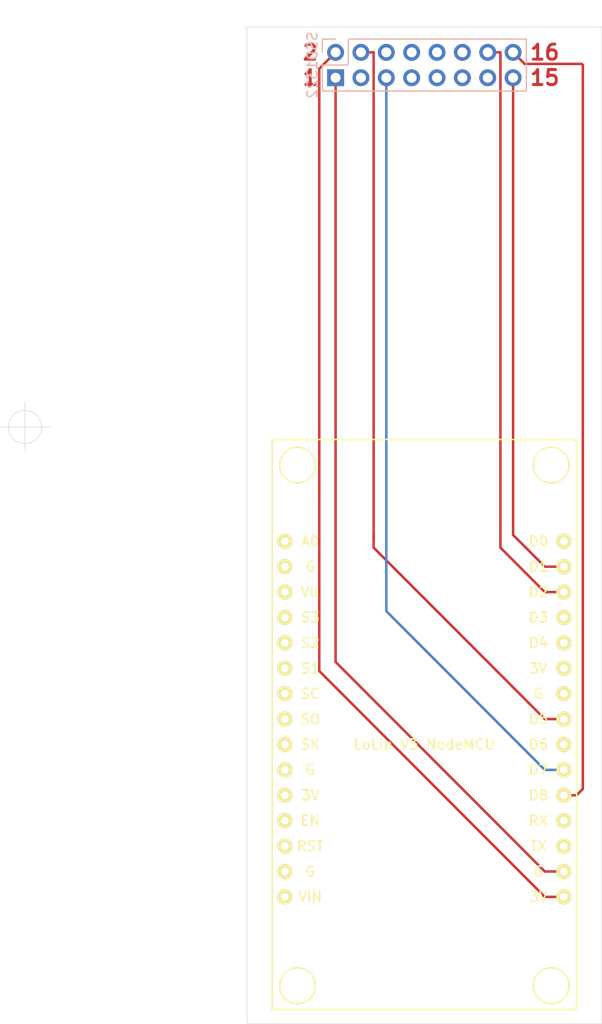
<source format=kicad_pcb>
(kicad_pcb (version 20171130) (host pcbnew 5.1.9)

  (general
    (thickness 1.6)
    (drawings 9)
    (tracks 31)
    (zones 0)
    (modules 2)
    (nets 1)
  )

  (page A4)
  (layers
    (0 F.Cu signal)
    (31 B.Cu signal)
    (32 B.Adhes user)
    (33 F.Adhes user)
    (34 B.Paste user)
    (35 F.Paste user)
    (36 B.SilkS user)
    (37 F.SilkS user)
    (38 B.Mask user)
    (39 F.Mask user)
    (40 Dwgs.User user)
    (41 Cmts.User user)
    (42 Eco1.User user)
    (43 Eco2.User user)
    (44 Edge.Cuts user)
    (45 Margin user)
    (46 B.CrtYd user)
    (47 F.CrtYd user)
    (48 B.Fab user)
    (49 F.Fab user)
  )

  (setup
    (last_trace_width 0.25)
    (trace_clearance 0.2)
    (zone_clearance 0.508)
    (zone_45_only no)
    (trace_min 0.2)
    (via_size 0.8)
    (via_drill 0.4)
    (via_min_size 0.4)
    (via_min_drill 0.3)
    (uvia_size 0.3)
    (uvia_drill 0.1)
    (uvias_allowed no)
    (uvia_min_size 0.2)
    (uvia_min_drill 0.1)
    (edge_width 0.05)
    (segment_width 0.2)
    (pcb_text_width 0.3)
    (pcb_text_size 1.5 1.5)
    (mod_edge_width 0.12)
    (mod_text_size 1 1)
    (mod_text_width 0.15)
    (pad_size 1.7 1.7)
    (pad_drill 1)
    (pad_to_mask_clearance 0)
    (aux_axis_origin 132.08 151.13)
    (grid_origin 132.08 151.13)
    (visible_elements FFFFFF7F)
    (pcbplotparams
      (layerselection 0x010fc_ffffffff)
      (usegerberextensions true)
      (usegerberattributes false)
      (usegerberadvancedattributes false)
      (creategerberjobfile false)
      (excludeedgelayer true)
      (linewidth 0.150000)
      (plotframeref false)
      (viasonmask false)
      (mode 1)
      (useauxorigin false)
      (hpglpennumber 1)
      (hpglpenspeed 20)
      (hpglpendiameter 15.000000)
      (psnegative false)
      (psa4output false)
      (plotreference true)
      (plotvalue true)
      (plotinvisibletext false)
      (padsonsilk true)
      (subtractmaskfromsilk false)
      (outputformat 1)
      (mirror false)
      (drillshape 0)
      (scaleselection 1)
      (outputdirectory "/tmp/x/pcbway"))
  )

  (net 0 "")

  (net_class Default "Dies ist die voreingestellte Netzklasse."
    (clearance 0.2)
    (trace_width 0.25)
    (via_dia 0.8)
    (via_drill 0.4)
    (uvia_dia 0.3)
    (uvia_drill 0.1)
  )

  (module ESP8266:NodeMCU-LoLinV3 (layer F.Cu) (tedit 5AF0808C) (tstamp 605C304B)
    (at 149.86 123.19)
    (fp_text reference "LoLin V3 NodeMCU" (at 0 0) (layer F.SilkS)
      (effects (font (size 1 1) (thickness 0.15)))
    )
    (fp_text value "LoLin V3 NodeMCU" (at 0 -29.21) (layer F.Fab)
      (effects (font (size 1 1) (thickness 0.15)))
    )
    (fp_text user D0 (at 11.43 -20.32) (layer F.SilkS)
      (effects (font (size 1 1) (thickness 0.15)))
    )
    (fp_text user D1 (at 11.43 -17.78) (layer F.SilkS)
      (effects (font (size 1 1) (thickness 0.15)))
    )
    (fp_text user D2 (at 11.43 -15.24) (layer F.SilkS)
      (effects (font (size 1 1) (thickness 0.15)))
    )
    (fp_text user D3 (at 11.43 -12.7) (layer F.SilkS)
      (effects (font (size 1 1) (thickness 0.15)))
    )
    (fp_text user D4 (at 11.43 -10.16) (layer F.SilkS)
      (effects (font (size 1 1) (thickness 0.15)))
    )
    (fp_text user 3V (at 11.43 -7.62) (layer F.SilkS)
      (effects (font (size 1 1) (thickness 0.15)))
    )
    (fp_text user G (at 11.43 -5.08) (layer F.SilkS)
      (effects (font (size 1 1) (thickness 0.15)))
    )
    (fp_text user D5 (at 11.43 -2.54) (layer F.SilkS)
      (effects (font (size 1 1) (thickness 0.15)))
    )
    (fp_text user D6 (at 11.43 0) (layer F.SilkS)
      (effects (font (size 1 1) (thickness 0.15)))
    )
    (fp_text user D7 (at 11.43 2.54) (layer F.SilkS)
      (effects (font (size 1 1) (thickness 0.15)))
    )
    (fp_text user D8 (at 11.43 5.08) (layer F.SilkS)
      (effects (font (size 1 1) (thickness 0.15)))
    )
    (fp_text user RX (at 11.43 7.62) (layer F.SilkS)
      (effects (font (size 1 1) (thickness 0.15)))
    )
    (fp_text user TX (at 11.43 10.16) (layer F.SilkS)
      (effects (font (size 1 1) (thickness 0.15)))
    )
    (fp_text user G (at 11.43 12.7) (layer F.SilkS)
      (effects (font (size 1 1) (thickness 0.15)))
    )
    (fp_text user 3V (at 11.43 15.24) (layer F.SilkS)
      (effects (font (size 1 1) (thickness 0.15)))
    )
    (fp_text user A0 (at -11.43 -20.32) (layer F.SilkS)
      (effects (font (size 1 1) (thickness 0.15)))
    )
    (fp_text user G (at -11.43 -17.78) (layer F.SilkS)
      (effects (font (size 1 1) (thickness 0.15)))
    )
    (fp_text user VU (at -11.43 -15.24) (layer F.SilkS)
      (effects (font (size 1 1) (thickness 0.15)))
    )
    (fp_text user S3 (at -11.43 -12.7) (layer F.SilkS)
      (effects (font (size 1 1) (thickness 0.15)))
    )
    (fp_text user S2 (at -11.43 -10.16) (layer F.SilkS)
      (effects (font (size 1 1) (thickness 0.15)))
    )
    (fp_text user S1 (at -11.43 -7.62) (layer F.SilkS)
      (effects (font (size 1 1) (thickness 0.15)))
    )
    (fp_text user SC (at -11.43 -5.08) (layer F.SilkS)
      (effects (font (size 1 1) (thickness 0.15)))
    )
    (fp_text user SO (at -11.43 -2.54) (layer F.SilkS)
      (effects (font (size 1 1) (thickness 0.15)))
    )
    (fp_text user SK (at -11.43 0) (layer F.SilkS)
      (effects (font (size 1 1) (thickness 0.15)))
    )
    (fp_text user G (at -11.43 2.54) (layer F.SilkS)
      (effects (font (size 1 1) (thickness 0.15)))
    )
    (fp_text user 3V (at -11.43 5.08) (layer F.SilkS)
      (effects (font (size 1 1) (thickness 0.15)))
    )
    (fp_text user EN (at -11.43 7.62) (layer F.SilkS)
      (effects (font (size 1 1) (thickness 0.15)))
    )
    (fp_text user RST (at -11.43 10.16) (layer F.SilkS)
      (effects (font (size 1 1) (thickness 0.15)))
    )
    (fp_text user G (at -11.43 12.7) (layer F.SilkS)
      (effects (font (size 1 1) (thickness 0.15)))
    )
    (fp_text user VIN (at -11.43 15.24) (layer F.SilkS)
      (effects (font (size 1 1) (thickness 0.15)))
    )
    (fp_circle (center 12.7 24.13) (end 13.97 22.86) (layer F.SilkS) (width 0.15))
    (fp_circle (center -12.7 24.13) (end -11.43 22.86) (layer F.SilkS) (width 0.15))
    (fp_circle (center -12.7 -27.94) (end -11.43 -29.21) (layer F.SilkS) (width 0.15))
    (fp_circle (center 12.7 -27.94) (end 13.97 -29.21) (layer F.SilkS) (width 0.15))
    (fp_line (start 15.25 -30.5) (end -14.75 -30.5) (layer F.SilkS) (width 0.15))
    (fp_line (start -14.75 -30.5) (end -15.25 -30.5) (layer F.SilkS) (width 0.15))
    (fp_line (start -15.25 -30.5) (end -15.25 26.5) (layer F.SilkS) (width 0.15))
    (fp_line (start -15.25 26.5) (end 15.25 26.5) (layer F.SilkS) (width 0.15))
    (fp_line (start 15.25 26.5) (end 15.25 -30.5) (layer F.SilkS) (width 0.15))
    (pad 30 thru_hole circle (at 13.97 -20.32) (size 1.524 1.524) (drill 0.762) (layers *.Cu *.Mask F.SilkS))
    (pad 29 thru_hole circle (at 13.97 -17.78) (size 1.524 1.524) (drill 0.762) (layers *.Cu *.Mask F.SilkS))
    (pad 28 thru_hole circle (at 13.97 -15.24) (size 1.524 1.524) (drill 0.762) (layers *.Cu *.Mask F.SilkS))
    (pad 27 thru_hole circle (at 13.97 -12.7) (size 1.524 1.524) (drill 0.762) (layers *.Cu *.Mask F.SilkS))
    (pad 26 thru_hole circle (at 13.97 -10.16) (size 1.524 1.524) (drill 0.762) (layers *.Cu *.Mask F.SilkS))
    (pad 25 thru_hole circle (at 13.97 -7.62) (size 1.524 1.524) (drill 0.762) (layers *.Cu *.Mask F.SilkS))
    (pad 24 thru_hole circle (at 13.97 -5.08) (size 1.524 1.524) (drill 0.762) (layers *.Cu *.Mask F.SilkS))
    (pad 23 thru_hole circle (at 13.97 -2.54) (size 1.524 1.524) (drill 0.762) (layers *.Cu *.Mask F.SilkS))
    (pad 22 thru_hole circle (at 13.97 0) (size 1.524 1.524) (drill 0.762) (layers *.Cu *.Mask F.SilkS))
    (pad 21 thru_hole circle (at 13.97 2.54) (size 1.524 1.524) (drill 0.762) (layers *.Cu *.Mask F.SilkS))
    (pad 20 thru_hole circle (at 13.97 5.08) (size 1.524 1.524) (drill 0.762) (layers *.Cu *.Mask F.SilkS))
    (pad 19 thru_hole circle (at 13.97 7.62) (size 1.524 1.524) (drill 0.762) (layers *.Cu *.Mask F.SilkS))
    (pad 18 thru_hole circle (at 13.97 10.16) (size 1.524 1.524) (drill 0.762) (layers *.Cu *.Mask F.SilkS))
    (pad 17 thru_hole circle (at 13.97 12.7) (size 1.524 1.524) (drill 0.762) (layers *.Cu *.Mask F.SilkS))
    (pad 16 thru_hole circle (at 13.97 15.24) (size 1.524 1.524) (drill 0.762) (layers *.Cu *.Mask F.SilkS))
    (pad 15 thru_hole circle (at -13.97 15.24) (size 1.524 1.524) (drill 0.762) (layers *.Cu *.Mask F.SilkS))
    (pad 14 thru_hole circle (at -13.97 12.7) (size 1.524 1.524) (drill 0.762) (layers *.Cu *.Mask F.SilkS))
    (pad 13 thru_hole circle (at -13.97 10.16) (size 1.524 1.524) (drill 0.762) (layers *.Cu *.Mask F.SilkS))
    (pad 12 thru_hole circle (at -13.97 7.62) (size 1.524 1.524) (drill 0.762) (layers *.Cu *.Mask F.SilkS))
    (pad 11 thru_hole circle (at -13.97 5.08) (size 1.524 1.524) (drill 0.762) (layers *.Cu *.Mask F.SilkS))
    (pad 10 thru_hole circle (at -13.97 2.54) (size 1.524 1.524) (drill 0.762) (layers *.Cu *.Mask F.SilkS))
    (pad 9 thru_hole circle (at -13.97 0) (size 1.524 1.524) (drill 0.762) (layers *.Cu *.Mask F.SilkS))
    (pad 8 thru_hole circle (at -13.97 -2.54) (size 1.524 1.524) (drill 0.762) (layers *.Cu *.Mask F.SilkS))
    (pad 7 thru_hole circle (at -13.97 -5.08) (size 1.524 1.524) (drill 0.762) (layers *.Cu *.Mask F.SilkS))
    (pad 6 thru_hole circle (at -13.97 -7.62) (size 1.524 1.524) (drill 0.762) (layers *.Cu *.Mask F.SilkS))
    (pad 5 thru_hole circle (at -13.97 -10.16) (size 1.524 1.524) (drill 0.762) (layers *.Cu *.Mask F.SilkS))
    (pad 4 thru_hole circle (at -13.97 -12.7) (size 1.524 1.524) (drill 0.762) (layers *.Cu *.Mask F.SilkS))
    (pad 3 thru_hole circle (at -13.97 -15.24) (size 1.524 1.524) (drill 0.762) (layers *.Cu *.Mask F.SilkS))
    (pad 2 thru_hole circle (at -13.97 -17.78) (size 1.524 1.524) (drill 0.762) (layers *.Cu *.Mask F.SilkS))
    (pad 1 thru_hole circle (at -13.97 -20.32) (size 1.524 1.524) (drill 0.762) (layers *.Cu *.Mask F.SilkS))
  )

  (module Pin_Headers:Pin_Header_Straight_2x08_Pitch2.54mm (layer B.Cu) (tedit 605C3FD7) (tstamp 605C3267)
    (at 140.97 53.975 270)
    (descr "Through hole straight pin header, 2x08, 2.54mm pitch, double rows")
    (tags "Through hole pin header THT 2x08 2.54mm double row")
    (fp_text reference SSD1322 (at 1.27 2.33 90) (layer B.SilkS)
      (effects (font (size 1 1) (thickness 0.15)) (justify mirror))
    )
    (fp_text value Pin_Header_2x08 (at 1.27 -20.11 90) (layer B.Fab)
      (effects (font (size 1 1) (thickness 0.15)) (justify mirror))
    )
    (fp_line (start 4.35 1.8) (end -1.8 1.8) (layer B.CrtYd) (width 0.05))
    (fp_line (start 4.35 -19.55) (end 4.35 1.8) (layer B.CrtYd) (width 0.05))
    (fp_line (start -1.8 -19.55) (end 4.35 -19.55) (layer B.CrtYd) (width 0.05))
    (fp_line (start -1.8 1.8) (end -1.8 -19.55) (layer B.CrtYd) (width 0.05))
    (fp_line (start -1.33 1.33) (end 0 1.33) (layer B.SilkS) (width 0.12))
    (fp_line (start -1.33 0) (end -1.33 1.33) (layer B.SilkS) (width 0.12))
    (fp_line (start 1.27 1.33) (end 3.87 1.33) (layer B.SilkS) (width 0.12))
    (fp_line (start 1.27 -1.27) (end 1.27 1.33) (layer B.SilkS) (width 0.12))
    (fp_line (start -1.33 -1.27) (end 1.27 -1.27) (layer B.SilkS) (width 0.12))
    (fp_line (start 3.87 1.33) (end 3.87 -19.11) (layer B.SilkS) (width 0.12))
    (fp_line (start -1.33 -1.27) (end -1.33 -19.11) (layer B.SilkS) (width 0.12))
    (fp_line (start -1.33 -19.11) (end 3.87 -19.11) (layer B.SilkS) (width 0.12))
    (fp_line (start -1.27 0) (end 0 1.27) (layer B.Fab) (width 0.1))
    (fp_line (start -1.27 -19.05) (end -1.27 0) (layer B.Fab) (width 0.1))
    (fp_line (start 3.81 -19.05) (end -1.27 -19.05) (layer B.Fab) (width 0.1))
    (fp_line (start 3.81 1.27) (end 3.81 -19.05) (layer B.Fab) (width 0.1))
    (fp_line (start 0 1.27) (end 3.81 1.27) (layer B.Fab) (width 0.1))
    (fp_text user %R (at 1.27 -8.89 180) (layer B.Fab)
      (effects (font (size 1 1) (thickness 0.15)) (justify mirror))
    )
    (pad 1 thru_hole rect (at 2.54 0 270) (size 1.7 1.7) (drill 1) (layers *.Cu *.Mask))
    (pad 2 thru_hole oval (at 0 0 270) (size 1.7 1.7) (drill 1) (layers *.Cu *.Mask))
    (pad 4 thru_hole oval (at 0 -2.54 270) (size 1.7 1.7) (drill 1) (layers *.Cu *.Mask))
    (pad 3 thru_hole oval (at 2.54 -2.54 270) (size 1.7 1.7) (drill 1) (layers *.Cu *.Mask))
    (pad 6 thru_hole oval (at 0 -5.08 270) (size 1.7 1.7) (drill 1) (layers *.Cu *.Mask))
    (pad 5 thru_hole oval (at 2.54 -5.08 270) (size 1.7 1.7) (drill 1) (layers *.Cu *.Mask))
    (pad 8 thru_hole oval (at 0 -7.62 270) (size 1.7 1.7) (drill 1) (layers *.Cu *.Mask))
    (pad 7 thru_hole oval (at 2.54 -7.62 270) (size 1.7 1.7) (drill 1) (layers *.Cu *.Mask))
    (pad 10 thru_hole oval (at 0 -10.16 270) (size 1.7 1.7) (drill 1) (layers *.Cu *.Mask))
    (pad 9 thru_hole oval (at 2.54 -10.16 270) (size 1.7 1.7) (drill 1) (layers *.Cu *.Mask))
    (pad 12 thru_hole oval (at 0 -12.7 270) (size 1.7 1.7) (drill 1) (layers *.Cu *.Mask))
    (pad 11 thru_hole oval (at 2.54 -12.7 270) (size 1.7 1.7) (drill 1) (layers *.Cu *.Mask))
    (pad 14 thru_hole oval (at 0 -15.24 270) (size 1.7 1.7) (drill 1) (layers *.Cu *.Mask))
    (pad 13 thru_hole oval (at 2.54 -15.24 270) (size 1.7 1.7) (drill 1) (layers *.Cu *.Mask))
    (pad 16 thru_hole oval (at 0 -17.78 270) (size 1.7 1.7) (drill 1) (layers *.Cu *.Mask))
    (pad 15 thru_hole oval (at 2.54 -17.78 270) (size 1.7 1.7) (drill 1) (layers *.Cu *.Mask))
    (model ${KISYS3DMOD}/Pin_Headers.3dshapes/Pin_Header_Straight_2x08_Pitch2.54mm.wrl
      (at (xyz 0 0 0))
      (scale (xyz 1 1 1))
      (rotate (xyz 0 0 0))
    )
  )

  (gr_line (start 167.64 151.13) (end 167.64 51.435) (layer Edge.Cuts) (width 0.05) (tstamp 605C8505))
  (gr_line (start 132.08 51.435) (end 132.08 151.13) (layer Edge.Cuts) (width 0.05) (tstamp 605C8503))
  (gr_line (start 167.64 51.435) (end 132.08 51.435) (layer Edge.Cuts) (width 0.05))
  (gr_line (start 132.08 151.13) (end 167.64 151.13) (layer Edge.Cuts) (width 0.05))
  (target plus (at 109.855 91.44) (size 5) (width 0.05) (layer Edge.Cuts) (tstamp 605C8403))
  (gr_text 16 (at 161.925 53.975) (layer F.Cu)
    (effects (font (size 1.5 1.5) (thickness 0.3)))
  )
  (gr_text 15 (at 161.925 56.515) (layer F.Cu)
    (effects (font (size 1.5 1.5) (thickness 0.3)))
  )
  (gr_text 2 (at 138.43 53.975) (layer F.Cu)
    (effects (font (size 1.5 1.5) (thickness 0.3)))
  )
  (gr_text 1 (at 138.43 56.515) (layer F.Cu)
    (effects (font (size 1.5 1.5) (thickness 0.3)))
  )

  (segment (start 165.735 127.635) (end 165.1 128.27) (width 0.25) (layer F.Cu) (net 0))
  (segment (start 165.618581 55.128581) (end 165.735 55.245) (width 0.25) (layer F.Cu) (net 0))
  (segment (start 158.75 53.975) (end 159.903581 55.128581) (width 0.25) (layer F.Cu) (net 0) (status 10))
  (segment (start 159.903581 55.128581) (end 165.618581 55.128581) (width 0.25) (layer F.Cu) (net 0))
  (segment (start 163.83 128.27) (end 165.1 128.27) (width 0.25) (layer F.Cu) (net 0) (status 10))
  (segment (start 158.75 102.235) (end 158.75 56.515) (width 0.25) (layer F.Cu) (net 0) (status 20))
  (segment (start 161.925 105.41) (end 158.75 102.235) (width 0.25) (layer F.Cu) (net 0))
  (segment (start 163.83 105.41) (end 161.925 105.41) (width 0.25) (layer F.Cu) (net 0) (status 10))
  (segment (start 161.925 135.89) (end 140.97 114.935) (width 0.25) (layer F.Cu) (net 0))
  (segment (start 163.83 135.89) (end 161.925 135.89) (width 0.25) (layer F.Cu) (net 0) (status 10))
  (segment (start 161.925 138.43) (end 141.605 118.11) (width 0.25) (layer F.Cu) (net 0))
  (segment (start 141.605 118.11) (end 140.97 117.475) (width 0.25) (layer F.Cu) (net 0))
  (segment (start 139.333581 115.838581) (end 141.605 118.11) (width 0.25) (layer F.Cu) (net 0))
  (segment (start 144.78 103.505) (end 144.78 102.235) (width 0.25) (layer F.Cu) (net 0))
  (segment (start 161.925 120.65) (end 144.78 103.505) (width 0.25) (layer F.Cu) (net 0))
  (segment (start 163.83 120.65) (end 161.925 120.65) (width 0.25) (layer F.Cu) (net 0) (status 10))
  (segment (start 146.05 55.88) (end 146.05 109.855) (width 0.25) (layer B.Cu) (net 0) (status 10))
  (segment (start 161.925 125.73) (end 146.05 109.855) (width 0.25) (layer B.Cu) (net 0))
  (segment (start 163.83 125.73) (end 161.925 125.73) (width 0.25) (layer B.Cu) (net 0) (status 10))
  (segment (start 163.83 107.95) (end 161.925 107.95) (width 0.25) (layer F.Cu) (net 0) (status 10))
  (segment (start 161.925 107.95) (end 157.48 103.505) (width 0.25) (layer F.Cu) (net 0))
  (segment (start 157.48 53.975) (end 156.21 53.975) (width 0.25) (layer F.Cu) (net 0) (status 20))
  (segment (start 144.78 102.235) (end 144.78 102.87) (width 0.25) (layer F.Cu) (net 0))
  (segment (start 163.83 138.43) (end 161.925 138.43) (width 0.25) (layer F.Cu) (net 0) (status 10))
  (segment (start 143.51 53.975) (end 144.78 53.975) (width 0.25) (layer F.Cu) (net 0) (status 10))
  (segment (start 139.333581 55.611419) (end 140.97 53.975) (width 0.25) (layer F.Cu) (net 0))
  (segment (start 139.333581 115.838581) (end 139.333581 55.611419) (width 0.25) (layer F.Cu) (net 0))
  (segment (start 140.97 56.515) (end 140.97 114.935) (width 0.25) (layer F.Cu) (net 0))
  (segment (start 144.78 53.975) (end 144.78 102.235) (width 0.25) (layer F.Cu) (net 0))
  (segment (start 157.48 53.975) (end 157.48 103.505) (width 0.25) (layer F.Cu) (net 0))
  (segment (start 165.735 55.245) (end 165.735 127.635) (width 0.25) (layer F.Cu) (net 0))

)

</source>
